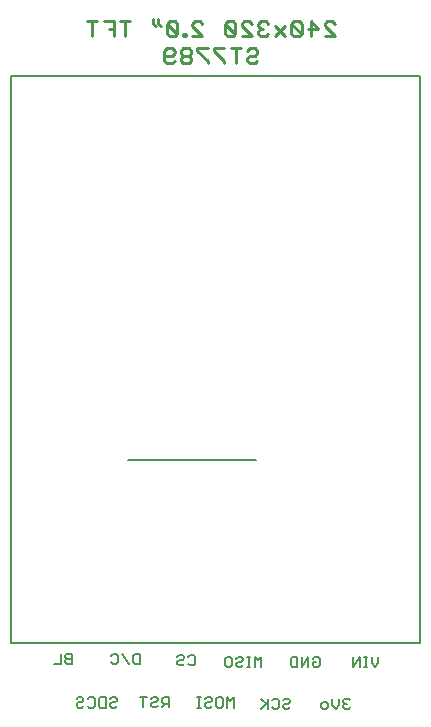
<source format=gbr>
G04 EAGLE Gerber RS-274X export*
G75*
%MOMM*%
%FSLAX34Y34*%
%LPD*%
%INSilkscreen Bottom*%
%IPPOS*%
%AMOC8*
5,1,8,0,0,1.08239X$1,22.5*%
G01*
%ADD10C,0.228600*%
%ADD11C,0.152400*%
%ADD12C,0.203200*%


D10*
X270518Y571373D02*
X279162Y571373D01*
X270518Y580016D01*
X270518Y582177D01*
X272679Y584338D01*
X277001Y584338D01*
X279162Y582177D01*
X258646Y584338D02*
X258646Y571373D01*
X265129Y577856D02*
X258646Y584338D01*
X256486Y577856D02*
X265129Y577856D01*
X251096Y573534D02*
X251096Y582177D01*
X248935Y584338D01*
X244614Y584338D01*
X242453Y582177D01*
X242453Y573534D01*
X244614Y571373D01*
X248935Y571373D01*
X251096Y573534D01*
X242453Y582177D01*
X237063Y580016D02*
X228420Y571373D01*
X237063Y571373D02*
X228420Y580016D01*
X223031Y582177D02*
X220870Y584338D01*
X216548Y584338D01*
X214387Y582177D01*
X214387Y580016D01*
X216548Y577856D01*
X218709Y577856D01*
X216548Y577856D02*
X214387Y575695D01*
X214387Y573534D01*
X216548Y571373D01*
X220870Y571373D01*
X223031Y573534D01*
X208998Y571373D02*
X200354Y571373D01*
X200354Y580016D02*
X208998Y571373D01*
X200354Y580016D02*
X200354Y582177D01*
X202515Y584338D01*
X206837Y584338D01*
X208998Y582177D01*
X194965Y582177D02*
X194965Y573534D01*
X194965Y582177D02*
X192804Y584338D01*
X188483Y584338D01*
X186322Y582177D01*
X186322Y573534D01*
X188483Y571373D01*
X192804Y571373D01*
X194965Y573534D01*
X186322Y582177D01*
X166900Y571373D02*
X158256Y571373D01*
X158256Y580016D02*
X166900Y571373D01*
X158256Y580016D02*
X158256Y582177D01*
X160417Y584338D01*
X164739Y584338D01*
X166900Y582177D01*
X152867Y573534D02*
X152867Y571373D01*
X152867Y573534D02*
X150706Y573534D01*
X150706Y571373D01*
X152867Y571373D01*
X145850Y573534D02*
X145850Y582177D01*
X143690Y584338D01*
X139368Y584338D01*
X137207Y582177D01*
X137207Y573534D01*
X139368Y571373D01*
X143690Y571373D01*
X145850Y573534D01*
X137207Y582177D01*
X129657Y582177D02*
X129657Y586499D01*
X129657Y582177D02*
X131818Y580016D01*
X125335Y582177D02*
X125335Y586499D01*
X125335Y582177D02*
X127496Y580016D01*
X101769Y584338D02*
X101769Y571373D01*
X106091Y584338D02*
X97447Y584338D01*
X92058Y584338D02*
X92058Y571373D01*
X92058Y584338D02*
X83415Y584338D01*
X87736Y577856D02*
X92058Y577856D01*
X73704Y584338D02*
X73704Y571373D01*
X78025Y584338D02*
X69382Y584338D01*
X205032Y559317D02*
X207193Y561478D01*
X211515Y561478D01*
X213675Y559317D01*
X213675Y557156D01*
X211515Y554996D01*
X207193Y554996D01*
X205032Y552835D01*
X205032Y550674D01*
X207193Y548513D01*
X211515Y548513D01*
X213675Y550674D01*
X195321Y548513D02*
X195321Y561478D01*
X199643Y561478D02*
X190999Y561478D01*
X185610Y561478D02*
X176966Y561478D01*
X176966Y559317D01*
X185610Y550674D01*
X185610Y548513D01*
X171577Y561478D02*
X162934Y561478D01*
X162934Y559317D01*
X171577Y550674D01*
X171577Y548513D01*
X157544Y559317D02*
X155383Y561478D01*
X151062Y561478D01*
X148901Y559317D01*
X148901Y557156D01*
X151062Y554996D01*
X148901Y552835D01*
X148901Y550674D01*
X151062Y548513D01*
X155383Y548513D01*
X157544Y550674D01*
X157544Y552835D01*
X155383Y554996D01*
X157544Y557156D01*
X157544Y559317D01*
X155383Y554996D02*
X151062Y554996D01*
X143511Y550674D02*
X141351Y548513D01*
X137029Y548513D01*
X134868Y550674D01*
X134868Y559317D01*
X137029Y561478D01*
X141351Y561478D01*
X143511Y559317D01*
X143511Y557156D01*
X141351Y554996D01*
X134868Y554996D01*
D11*
X138521Y11985D02*
X138521Y3342D01*
X138521Y11985D02*
X134199Y11985D01*
X132759Y10545D01*
X132759Y7664D01*
X134199Y6223D01*
X138521Y6223D01*
X135640Y6223D02*
X132759Y3342D01*
X124844Y11985D02*
X123403Y10545D01*
X124844Y11985D02*
X127725Y11985D01*
X129166Y10545D01*
X129166Y9104D01*
X127725Y7664D01*
X124844Y7664D01*
X123403Y6223D01*
X123403Y4783D01*
X124844Y3342D01*
X127725Y3342D01*
X129166Y4783D01*
X116929Y3342D02*
X116929Y11985D01*
X119810Y11985D02*
X114048Y11985D01*
X90137Y11775D02*
X88696Y10335D01*
X90137Y11775D02*
X93018Y11775D01*
X94458Y10335D01*
X94458Y8894D01*
X93018Y7454D01*
X90137Y7454D01*
X88696Y6013D01*
X88696Y4573D01*
X90137Y3132D01*
X93018Y3132D01*
X94458Y4573D01*
X85103Y3132D02*
X85103Y11775D01*
X85103Y3132D02*
X80782Y3132D01*
X79341Y4573D01*
X79341Y10335D01*
X80782Y11775D01*
X85103Y11775D01*
X71426Y11775D02*
X69986Y10335D01*
X71426Y11775D02*
X74307Y11775D01*
X75748Y10335D01*
X75748Y4573D01*
X74307Y3132D01*
X71426Y3132D01*
X69986Y4573D01*
X62071Y11775D02*
X60631Y10335D01*
X62071Y11775D02*
X64952Y11775D01*
X66393Y10335D01*
X66393Y8894D01*
X64952Y7454D01*
X62071Y7454D01*
X60631Y6013D01*
X60631Y4573D01*
X62071Y3132D01*
X64952Y3132D01*
X66393Y4573D01*
X155301Y46105D02*
X156742Y47545D01*
X159623Y47545D01*
X161063Y46105D01*
X161063Y40343D01*
X159623Y38902D01*
X156742Y38902D01*
X155301Y40343D01*
X147386Y47545D02*
X145946Y46105D01*
X147386Y47545D02*
X150267Y47545D01*
X151708Y46105D01*
X151708Y44664D01*
X150267Y43224D01*
X147386Y43224D01*
X145946Y41783D01*
X145946Y40343D01*
X147386Y38902D01*
X150267Y38902D01*
X151708Y40343D01*
X193699Y11775D02*
X193699Y3132D01*
X190818Y8894D02*
X193699Y11775D01*
X190818Y8894D02*
X187937Y11775D01*
X187937Y3132D01*
X182903Y11775D02*
X180022Y11775D01*
X182903Y11775D02*
X184344Y10335D01*
X184344Y4573D01*
X182903Y3132D01*
X180022Y3132D01*
X178582Y4573D01*
X178582Y10335D01*
X180022Y11775D01*
X170667Y11775D02*
X169227Y10335D01*
X170667Y11775D02*
X173548Y11775D01*
X174989Y10335D01*
X174989Y8894D01*
X173548Y7454D01*
X170667Y7454D01*
X169227Y6013D01*
X169227Y4573D01*
X170667Y3132D01*
X173548Y3132D01*
X174989Y4573D01*
X165634Y3132D02*
X162753Y3132D01*
X164193Y3132D02*
X164193Y11775D01*
X162753Y11775D02*
X165634Y11775D01*
X235299Y9275D02*
X236739Y10715D01*
X239620Y10715D01*
X241061Y9275D01*
X241061Y7834D01*
X239620Y6394D01*
X236739Y6394D01*
X235299Y4953D01*
X235299Y3513D01*
X236739Y2072D01*
X239620Y2072D01*
X241061Y3513D01*
X227384Y10715D02*
X225943Y9275D01*
X227384Y10715D02*
X230265Y10715D01*
X231706Y9275D01*
X231706Y3513D01*
X230265Y2072D01*
X227384Y2072D01*
X225943Y3513D01*
X222350Y2072D02*
X222350Y10715D01*
X222350Y4953D02*
X216588Y10715D01*
X220910Y6394D02*
X216588Y2072D01*
X217029Y37422D02*
X217029Y46065D01*
X214148Y43184D01*
X211267Y46065D01*
X211267Y37422D01*
X207674Y37422D02*
X204793Y37422D01*
X206233Y37422D02*
X206233Y46065D01*
X204793Y46065D02*
X207674Y46065D01*
X197116Y46065D02*
X195675Y44625D01*
X197116Y46065D02*
X199997Y46065D01*
X201437Y44625D01*
X201437Y43184D01*
X199997Y41744D01*
X197116Y41744D01*
X195675Y40303D01*
X195675Y38863D01*
X197116Y37422D01*
X199997Y37422D01*
X201437Y38863D01*
X190641Y46065D02*
X187760Y46065D01*
X190641Y46065D02*
X192082Y44625D01*
X192082Y38863D01*
X190641Y37422D01*
X187760Y37422D01*
X186320Y38863D01*
X186320Y44625D01*
X187760Y46065D01*
X56593Y48815D02*
X56593Y40172D01*
X56593Y48815D02*
X52272Y48815D01*
X50831Y47375D01*
X50831Y45934D01*
X52272Y44494D01*
X50831Y43053D01*
X50831Y41613D01*
X52272Y40172D01*
X56593Y40172D01*
X56593Y44494D02*
X52272Y44494D01*
X47238Y48815D02*
X47238Y40172D01*
X41476Y40172D01*
X114061Y39962D02*
X114061Y48605D01*
X114061Y39962D02*
X109739Y39962D01*
X108299Y41403D01*
X108299Y47165D01*
X109739Y48605D01*
X114061Y48605D01*
X104706Y39962D02*
X98943Y48605D01*
X91029Y48605D02*
X89588Y47165D01*
X91029Y48605D02*
X93910Y48605D01*
X95350Y47165D01*
X95350Y41403D01*
X93910Y39962D01*
X91029Y39962D01*
X89588Y41403D01*
X316102Y40513D02*
X316102Y46275D01*
X316102Y40513D02*
X313220Y37632D01*
X310339Y40513D01*
X310339Y46275D01*
X306746Y37632D02*
X303865Y37632D01*
X305306Y37632D02*
X305306Y46275D01*
X306746Y46275D02*
X303865Y46275D01*
X300510Y46275D02*
X300510Y37632D01*
X294747Y37632D02*
X300510Y46275D01*
X294747Y46275D02*
X294747Y37632D01*
X261939Y46065D02*
X260499Y44625D01*
X261939Y46065D02*
X264820Y46065D01*
X266261Y44625D01*
X266261Y38863D01*
X264820Y37422D01*
X261939Y37422D01*
X260499Y38863D01*
X260499Y41744D01*
X263380Y41744D01*
X256906Y46065D02*
X256906Y37422D01*
X251143Y37422D02*
X256906Y46065D01*
X251143Y46065D02*
X251143Y37422D01*
X247550Y37422D02*
X247550Y46065D01*
X247550Y37422D02*
X243229Y37422D01*
X241788Y38863D01*
X241788Y44625D01*
X243229Y46065D01*
X247550Y46065D01*
X290820Y10715D02*
X292261Y9275D01*
X290820Y10715D02*
X287939Y10715D01*
X286499Y9275D01*
X286499Y7834D01*
X287939Y6394D01*
X289380Y6394D01*
X287939Y6394D02*
X286499Y4953D01*
X286499Y3513D01*
X287939Y2072D01*
X290820Y2072D01*
X292261Y3513D01*
X282906Y4953D02*
X282906Y10715D01*
X282906Y4953D02*
X280024Y2072D01*
X277143Y4953D01*
X277143Y10715D01*
X272110Y2072D02*
X269229Y2072D01*
X267788Y3513D01*
X267788Y6394D01*
X269229Y7834D01*
X272110Y7834D01*
X273550Y6394D01*
X273550Y3513D01*
X272110Y2072D01*
D12*
X351450Y537900D02*
X5450Y537900D01*
X5450Y57900D01*
X351450Y57900D01*
X351450Y537900D01*
X212750Y212900D02*
X103750Y212900D01*
M02*

</source>
